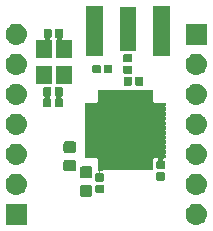
<source format=gbr>
%TF.GenerationSoftware,KiCad,Pcbnew,(5.1.2)-2*%
%TF.CreationDate,2021-03-02T00:01:01+01:00*%
%TF.ProjectId,NRF52_Basic,4e524635-325f-4426-9173-69632e6b6963,V1*%
%TF.SameCoordinates,Original*%
%TF.FileFunction,Soldermask,Top*%
%TF.FilePolarity,Negative*%
%FSLAX46Y46*%
G04 Gerber Fmt 4.6, Leading zero omitted, Abs format (unit mm)*
G04 Created by KiCad (PCBNEW (5.1.2)-2) date 2021-03-02 00:01:01*
%MOMM*%
%LPD*%
G04 APERTURE LIST*
%ADD10C,0.100000*%
G04 APERTURE END LIST*
D10*
G36*
X152490122Y-89631118D02*
G01*
X152556307Y-89637637D01*
X152726146Y-89689157D01*
X152882671Y-89772822D01*
X152918409Y-89802152D01*
X153019866Y-89885414D01*
X153103128Y-89986871D01*
X153132458Y-90022609D01*
X153216123Y-90179134D01*
X153267643Y-90348973D01*
X153285039Y-90525600D01*
X153267643Y-90702227D01*
X153216123Y-90872066D01*
X153132458Y-91028591D01*
X153103128Y-91064329D01*
X153019866Y-91165786D01*
X152918409Y-91249048D01*
X152882671Y-91278378D01*
X152726146Y-91362043D01*
X152556307Y-91413563D01*
X152490123Y-91420081D01*
X152423940Y-91426600D01*
X152335420Y-91426600D01*
X152269238Y-91420082D01*
X152203053Y-91413563D01*
X152033214Y-91362043D01*
X151876689Y-91278378D01*
X151840951Y-91249048D01*
X151739494Y-91165786D01*
X151656232Y-91064329D01*
X151626902Y-91028591D01*
X151543237Y-90872066D01*
X151491717Y-90702227D01*
X151474321Y-90525600D01*
X151491717Y-90348973D01*
X151543237Y-90179134D01*
X151626902Y-90022609D01*
X151656232Y-89986871D01*
X151739494Y-89885414D01*
X151840951Y-89802152D01*
X151876689Y-89772822D01*
X152033214Y-89689157D01*
X152203053Y-89637637D01*
X152269238Y-89631118D01*
X152335420Y-89624600D01*
X152423940Y-89624600D01*
X152490122Y-89631118D01*
X152490122Y-89631118D01*
G37*
G36*
X138040680Y-91426600D02*
G01*
X136238680Y-91426600D01*
X136238680Y-89624600D01*
X138040680Y-89624600D01*
X138040680Y-91426600D01*
X138040680Y-91426600D01*
G37*
G36*
X143422231Y-88055105D02*
G01*
X143456209Y-88065413D01*
X143487530Y-88082154D01*
X143514979Y-88104681D01*
X143537506Y-88132130D01*
X143554247Y-88163451D01*
X143564555Y-88197429D01*
X143568640Y-88238910D01*
X143568640Y-88840130D01*
X143564555Y-88881611D01*
X143554247Y-88915589D01*
X143537506Y-88946910D01*
X143514979Y-88974359D01*
X143487530Y-88996886D01*
X143456209Y-89013627D01*
X143422231Y-89023935D01*
X143380750Y-89028020D01*
X142704530Y-89028020D01*
X142663049Y-89023935D01*
X142629071Y-89013627D01*
X142597750Y-88996886D01*
X142570301Y-88974359D01*
X142547774Y-88946910D01*
X142531033Y-88915589D01*
X142520725Y-88881611D01*
X142516640Y-88840130D01*
X142516640Y-88238910D01*
X142520725Y-88197429D01*
X142531033Y-88163451D01*
X142547774Y-88132130D01*
X142570301Y-88104681D01*
X142597750Y-88082154D01*
X142629071Y-88065413D01*
X142663049Y-88055105D01*
X142704530Y-88051020D01*
X143380750Y-88051020D01*
X143422231Y-88055105D01*
X143422231Y-88055105D01*
G37*
G36*
X137250123Y-87091119D02*
G01*
X137316307Y-87097637D01*
X137486146Y-87149157D01*
X137642671Y-87232822D01*
X137646738Y-87236160D01*
X137779866Y-87345414D01*
X137842624Y-87421886D01*
X137892458Y-87482609D01*
X137976123Y-87639134D01*
X138027643Y-87808973D01*
X138045039Y-87985600D01*
X138027643Y-88162227D01*
X137976123Y-88332066D01*
X137892458Y-88488591D01*
X137863128Y-88524329D01*
X137779866Y-88625786D01*
X137698734Y-88692368D01*
X137642671Y-88738378D01*
X137486146Y-88822043D01*
X137316307Y-88873563D01*
X137250122Y-88880082D01*
X137183940Y-88886600D01*
X137095420Y-88886600D01*
X137029238Y-88880082D01*
X136963053Y-88873563D01*
X136793214Y-88822043D01*
X136636689Y-88738378D01*
X136580626Y-88692368D01*
X136499494Y-88625786D01*
X136416232Y-88524329D01*
X136386902Y-88488591D01*
X136303237Y-88332066D01*
X136251717Y-88162227D01*
X136234321Y-87985600D01*
X136251717Y-87808973D01*
X136303237Y-87639134D01*
X136386902Y-87482609D01*
X136436736Y-87421886D01*
X136499494Y-87345414D01*
X136632622Y-87236160D01*
X136636689Y-87232822D01*
X136793214Y-87149157D01*
X136963053Y-87097637D01*
X137029237Y-87091119D01*
X137095420Y-87084600D01*
X137183940Y-87084600D01*
X137250123Y-87091119D01*
X137250123Y-87091119D01*
G37*
G36*
X152490123Y-87091119D02*
G01*
X152556307Y-87097637D01*
X152726146Y-87149157D01*
X152882671Y-87232822D01*
X152886738Y-87236160D01*
X153019866Y-87345414D01*
X153082624Y-87421886D01*
X153132458Y-87482609D01*
X153216123Y-87639134D01*
X153267643Y-87808973D01*
X153285039Y-87985600D01*
X153267643Y-88162227D01*
X153216123Y-88332066D01*
X153132458Y-88488591D01*
X153103128Y-88524329D01*
X153019866Y-88625786D01*
X152938734Y-88692368D01*
X152882671Y-88738378D01*
X152726146Y-88822043D01*
X152556307Y-88873563D01*
X152490122Y-88880082D01*
X152423940Y-88886600D01*
X152335420Y-88886600D01*
X152269238Y-88880082D01*
X152203053Y-88873563D01*
X152033214Y-88822043D01*
X151876689Y-88738378D01*
X151820626Y-88692368D01*
X151739494Y-88625786D01*
X151656232Y-88524329D01*
X151626902Y-88488591D01*
X151543237Y-88332066D01*
X151491717Y-88162227D01*
X151474321Y-87985600D01*
X151491717Y-87808973D01*
X151543237Y-87639134D01*
X151626902Y-87482609D01*
X151676736Y-87421886D01*
X151739494Y-87345414D01*
X151872622Y-87236160D01*
X151876689Y-87232822D01*
X152033214Y-87149157D01*
X152203053Y-87097637D01*
X152269237Y-87091119D01*
X152335420Y-87084600D01*
X152423940Y-87084600D01*
X152490123Y-87091119D01*
X152490123Y-87091119D01*
G37*
G36*
X144477738Y-88035876D02*
G01*
X144498357Y-88042131D01*
X144517353Y-88052284D01*
X144534008Y-88065952D01*
X144547676Y-88082607D01*
X144557829Y-88101603D01*
X144564084Y-88122222D01*
X144566800Y-88149800D01*
X144566800Y-88608520D01*
X144564084Y-88636098D01*
X144557829Y-88656717D01*
X144547676Y-88675713D01*
X144534008Y-88692368D01*
X144517353Y-88706036D01*
X144498357Y-88716189D01*
X144477738Y-88722444D01*
X144450160Y-88725160D01*
X143941440Y-88725160D01*
X143913862Y-88722444D01*
X143893243Y-88716189D01*
X143874247Y-88706036D01*
X143857592Y-88692368D01*
X143843924Y-88675713D01*
X143833771Y-88656717D01*
X143827516Y-88636098D01*
X143824800Y-88608520D01*
X143824800Y-88149800D01*
X143827516Y-88122222D01*
X143833771Y-88101603D01*
X143843924Y-88082607D01*
X143857592Y-88065952D01*
X143874247Y-88052284D01*
X143893243Y-88042131D01*
X143913862Y-88035876D01*
X143941440Y-88033160D01*
X144450160Y-88033160D01*
X144477738Y-88035876D01*
X144477738Y-88035876D01*
G37*
G36*
X144310456Y-80018523D02*
G01*
X144314596Y-80019779D01*
X144333756Y-80027715D01*
X144357790Y-80032495D01*
X144382294Y-80032495D01*
X144406327Y-80027714D01*
X144425485Y-80019779D01*
X144429624Y-80018523D01*
X144438183Y-80017680D01*
X144701897Y-80017680D01*
X144710456Y-80018523D01*
X144714596Y-80019779D01*
X144733756Y-80027715D01*
X144757790Y-80032495D01*
X144782294Y-80032495D01*
X144806327Y-80027714D01*
X144825485Y-80019779D01*
X144829624Y-80018523D01*
X144838183Y-80017680D01*
X145101897Y-80017680D01*
X145110456Y-80018523D01*
X145114596Y-80019779D01*
X145133756Y-80027715D01*
X145157790Y-80032495D01*
X145182294Y-80032495D01*
X145206327Y-80027714D01*
X145225485Y-80019779D01*
X145229624Y-80018523D01*
X145238183Y-80017680D01*
X145501897Y-80017680D01*
X145510456Y-80018523D01*
X145514596Y-80019779D01*
X145533756Y-80027715D01*
X145557790Y-80032495D01*
X145582294Y-80032495D01*
X145606327Y-80027714D01*
X145625485Y-80019779D01*
X145629624Y-80018523D01*
X145638183Y-80017680D01*
X145901897Y-80017680D01*
X145910456Y-80018523D01*
X145914596Y-80019779D01*
X145933756Y-80027715D01*
X145957790Y-80032495D01*
X145982294Y-80032495D01*
X146006327Y-80027714D01*
X146025485Y-80019779D01*
X146029624Y-80018523D01*
X146038183Y-80017680D01*
X146301897Y-80017680D01*
X146310456Y-80018523D01*
X146314596Y-80019779D01*
X146333756Y-80027715D01*
X146357790Y-80032495D01*
X146382294Y-80032495D01*
X146406327Y-80027714D01*
X146425485Y-80019779D01*
X146429624Y-80018523D01*
X146438183Y-80017680D01*
X146701897Y-80017680D01*
X146710456Y-80018523D01*
X146714596Y-80019779D01*
X146733756Y-80027715D01*
X146757790Y-80032495D01*
X146782294Y-80032495D01*
X146806327Y-80027714D01*
X146825485Y-80019779D01*
X146829624Y-80018523D01*
X146838183Y-80017680D01*
X147101897Y-80017680D01*
X147110456Y-80018523D01*
X147114596Y-80019779D01*
X147133756Y-80027715D01*
X147157790Y-80032495D01*
X147182294Y-80032495D01*
X147206327Y-80027714D01*
X147225485Y-80019779D01*
X147229624Y-80018523D01*
X147238183Y-80017680D01*
X147501897Y-80017680D01*
X147510456Y-80018523D01*
X147514596Y-80019779D01*
X147533756Y-80027715D01*
X147557790Y-80032495D01*
X147582294Y-80032495D01*
X147606327Y-80027714D01*
X147625485Y-80019779D01*
X147629624Y-80018523D01*
X147638183Y-80017680D01*
X147901897Y-80017680D01*
X147910456Y-80018523D01*
X147914596Y-80019779D01*
X147933756Y-80027715D01*
X147957790Y-80032495D01*
X147982294Y-80032495D01*
X148006327Y-80027714D01*
X148025485Y-80019779D01*
X148029624Y-80018523D01*
X148038183Y-80017680D01*
X148301897Y-80017680D01*
X148310456Y-80018523D01*
X148314596Y-80019779D01*
X148333756Y-80027715D01*
X148357790Y-80032495D01*
X148382294Y-80032495D01*
X148406327Y-80027714D01*
X148425485Y-80019779D01*
X148429624Y-80018523D01*
X148438183Y-80017680D01*
X148701897Y-80017680D01*
X148710456Y-80018523D01*
X148712785Y-80019230D01*
X148714927Y-80020375D01*
X148716805Y-80021915D01*
X148718345Y-80023793D01*
X148719490Y-80025935D01*
X148720197Y-80028264D01*
X148721040Y-80036823D01*
X148721040Y-80900537D01*
X148720197Y-80909096D01*
X148718662Y-80914156D01*
X148713882Y-80938189D01*
X148713882Y-80962693D01*
X148718663Y-80986727D01*
X148728040Y-81009365D01*
X148741654Y-81029740D01*
X148758981Y-81047067D01*
X148779355Y-81060680D01*
X148801994Y-81070058D01*
X148826027Y-81074838D01*
X148850531Y-81074838D01*
X148874564Y-81070058D01*
X148879624Y-81068523D01*
X148888183Y-81067680D01*
X149751897Y-81067680D01*
X149760456Y-81068523D01*
X149762785Y-81069230D01*
X149764927Y-81070375D01*
X149766805Y-81071915D01*
X149768345Y-81073793D01*
X149769490Y-81075935D01*
X149770197Y-81078264D01*
X149771040Y-81086823D01*
X149771040Y-81350537D01*
X149770197Y-81359096D01*
X149768941Y-81363236D01*
X149761005Y-81382396D01*
X149756225Y-81406430D01*
X149756225Y-81430934D01*
X149761006Y-81454967D01*
X149768941Y-81474125D01*
X149770197Y-81478264D01*
X149771040Y-81486823D01*
X149771040Y-81750537D01*
X149770197Y-81759096D01*
X149768941Y-81763236D01*
X149761005Y-81782396D01*
X149756225Y-81806430D01*
X149756225Y-81830934D01*
X149761006Y-81854967D01*
X149768941Y-81874125D01*
X149770197Y-81878264D01*
X149771040Y-81886823D01*
X149771040Y-82150537D01*
X149770197Y-82159096D01*
X149768941Y-82163236D01*
X149761005Y-82182396D01*
X149756225Y-82206430D01*
X149756225Y-82230934D01*
X149761006Y-82254967D01*
X149768941Y-82274125D01*
X149770197Y-82278264D01*
X149771040Y-82286823D01*
X149771040Y-82550537D01*
X149770197Y-82559096D01*
X149768941Y-82563236D01*
X149761005Y-82582396D01*
X149756225Y-82606430D01*
X149756225Y-82630934D01*
X149761006Y-82654967D01*
X149768941Y-82674125D01*
X149770197Y-82678264D01*
X149771040Y-82686823D01*
X149771040Y-82950537D01*
X149770197Y-82959096D01*
X149768941Y-82963236D01*
X149761005Y-82982396D01*
X149756225Y-83006430D01*
X149756225Y-83030934D01*
X149761006Y-83054967D01*
X149768941Y-83074125D01*
X149770197Y-83078264D01*
X149771040Y-83086823D01*
X149771040Y-83350537D01*
X149770197Y-83359096D01*
X149768941Y-83363236D01*
X149761005Y-83382396D01*
X149756225Y-83406430D01*
X149756225Y-83430934D01*
X149761006Y-83454967D01*
X149768941Y-83474125D01*
X149770197Y-83478264D01*
X149771040Y-83486823D01*
X149771040Y-83750537D01*
X149770197Y-83759096D01*
X149768941Y-83763236D01*
X149761005Y-83782396D01*
X149756225Y-83806430D01*
X149756225Y-83830934D01*
X149761006Y-83854967D01*
X149768941Y-83874125D01*
X149770197Y-83878264D01*
X149771040Y-83886823D01*
X149771040Y-84150537D01*
X149770197Y-84159096D01*
X149768941Y-84163236D01*
X149761005Y-84182396D01*
X149756225Y-84206430D01*
X149756225Y-84230934D01*
X149761006Y-84254967D01*
X149768941Y-84274125D01*
X149770197Y-84278264D01*
X149771040Y-84286823D01*
X149771040Y-84550537D01*
X149770197Y-84559096D01*
X149768941Y-84563236D01*
X149761005Y-84582396D01*
X149756225Y-84606430D01*
X149756225Y-84630934D01*
X149761006Y-84654967D01*
X149768941Y-84674125D01*
X149770197Y-84678264D01*
X149771040Y-84686823D01*
X149771040Y-84950537D01*
X149770197Y-84959096D01*
X149768941Y-84963236D01*
X149761005Y-84982396D01*
X149756225Y-85006430D01*
X149756225Y-85030934D01*
X149761006Y-85054967D01*
X149768941Y-85074125D01*
X149770197Y-85078264D01*
X149771040Y-85086823D01*
X149771040Y-85350537D01*
X149770197Y-85359096D01*
X149768941Y-85363236D01*
X149761005Y-85382396D01*
X149756225Y-85406430D01*
X149756225Y-85430934D01*
X149761006Y-85454967D01*
X149768941Y-85474125D01*
X149770197Y-85478264D01*
X149771040Y-85486823D01*
X149771040Y-85750537D01*
X149770197Y-85759096D01*
X149769490Y-85761425D01*
X149768345Y-85763567D01*
X149766805Y-85765445D01*
X149764927Y-85766985D01*
X149762785Y-85768130D01*
X149760456Y-85768837D01*
X149751897Y-85769680D01*
X149693309Y-85769680D01*
X149668923Y-85772082D01*
X149645474Y-85779195D01*
X149623863Y-85790746D01*
X149604921Y-85806291D01*
X149589376Y-85825233D01*
X149577825Y-85846844D01*
X149570712Y-85870293D01*
X149568310Y-85894679D01*
X149570712Y-85919065D01*
X149577825Y-85942514D01*
X149589376Y-85964125D01*
X149604921Y-85983067D01*
X149623863Y-85998612D01*
X149645474Y-86010163D01*
X149657024Y-86014296D01*
X149669797Y-86018171D01*
X149688793Y-86028324D01*
X149705448Y-86041992D01*
X149719116Y-86058647D01*
X149729269Y-86077643D01*
X149735524Y-86098262D01*
X149738240Y-86125840D01*
X149738240Y-86584560D01*
X149735524Y-86612138D01*
X149729269Y-86632757D01*
X149719116Y-86651753D01*
X149705448Y-86668408D01*
X149688793Y-86682076D01*
X149669797Y-86692229D01*
X149649178Y-86698484D01*
X149621600Y-86701200D01*
X149112880Y-86701200D01*
X149085302Y-86698484D01*
X149064683Y-86692229D01*
X149045687Y-86682076D01*
X149029032Y-86668408D01*
X149015364Y-86651753D01*
X149005211Y-86632757D01*
X148998956Y-86612138D01*
X148996240Y-86584560D01*
X148996240Y-86125840D01*
X148998956Y-86098262D01*
X149005211Y-86077643D01*
X149015364Y-86058647D01*
X149029032Y-86041992D01*
X149045687Y-86028324D01*
X149064683Y-86018171D01*
X149077456Y-86014296D01*
X149100095Y-86004918D01*
X149120469Y-85991305D01*
X149137796Y-85973978D01*
X149151410Y-85953603D01*
X149160787Y-85930965D01*
X149165568Y-85906931D01*
X149165568Y-85882427D01*
X149160788Y-85858394D01*
X149151410Y-85835755D01*
X149137797Y-85815381D01*
X149120470Y-85798054D01*
X149100095Y-85784440D01*
X149077457Y-85775063D01*
X149053423Y-85770282D01*
X149041171Y-85769680D01*
X148888183Y-85769680D01*
X148879624Y-85768837D01*
X148874564Y-85767302D01*
X148850531Y-85762522D01*
X148826027Y-85762522D01*
X148801993Y-85767303D01*
X148779355Y-85776680D01*
X148758980Y-85790294D01*
X148741653Y-85807621D01*
X148728040Y-85827995D01*
X148718662Y-85850634D01*
X148713882Y-85874667D01*
X148713882Y-85899171D01*
X148718662Y-85923204D01*
X148720197Y-85928264D01*
X148721040Y-85936823D01*
X148721040Y-86800537D01*
X148720197Y-86809096D01*
X148719490Y-86811425D01*
X148718345Y-86813567D01*
X148716805Y-86815445D01*
X148714927Y-86816985D01*
X148712785Y-86818130D01*
X148710456Y-86818837D01*
X148701897Y-86819680D01*
X148438183Y-86819680D01*
X148429624Y-86818837D01*
X148425484Y-86817581D01*
X148406324Y-86809645D01*
X148382290Y-86804865D01*
X148357786Y-86804865D01*
X148333753Y-86809646D01*
X148314595Y-86817581D01*
X148310456Y-86818837D01*
X148301897Y-86819680D01*
X148038183Y-86819680D01*
X148029624Y-86818837D01*
X148025484Y-86817581D01*
X148006324Y-86809645D01*
X147982290Y-86804865D01*
X147957786Y-86804865D01*
X147933753Y-86809646D01*
X147914595Y-86817581D01*
X147910456Y-86818837D01*
X147901897Y-86819680D01*
X147638183Y-86819680D01*
X147629624Y-86818837D01*
X147625484Y-86817581D01*
X147606324Y-86809645D01*
X147582290Y-86804865D01*
X147557786Y-86804865D01*
X147533753Y-86809646D01*
X147514595Y-86817581D01*
X147510456Y-86818837D01*
X147501897Y-86819680D01*
X147238183Y-86819680D01*
X147229624Y-86818837D01*
X147225484Y-86817581D01*
X147206324Y-86809645D01*
X147182290Y-86804865D01*
X147157786Y-86804865D01*
X147133753Y-86809646D01*
X147114595Y-86817581D01*
X147110456Y-86818837D01*
X147101897Y-86819680D01*
X146838183Y-86819680D01*
X146829624Y-86818837D01*
X146825484Y-86817581D01*
X146806324Y-86809645D01*
X146782290Y-86804865D01*
X146757786Y-86804865D01*
X146733753Y-86809646D01*
X146714595Y-86817581D01*
X146710456Y-86818837D01*
X146701897Y-86819680D01*
X146438183Y-86819680D01*
X146429624Y-86818837D01*
X146425484Y-86817581D01*
X146406324Y-86809645D01*
X146382290Y-86804865D01*
X146357786Y-86804865D01*
X146333753Y-86809646D01*
X146314595Y-86817581D01*
X146310456Y-86818837D01*
X146301897Y-86819680D01*
X146038183Y-86819680D01*
X146029624Y-86818837D01*
X146025484Y-86817581D01*
X146006324Y-86809645D01*
X145982290Y-86804865D01*
X145957786Y-86804865D01*
X145933753Y-86809646D01*
X145914595Y-86817581D01*
X145910456Y-86818837D01*
X145901897Y-86819680D01*
X145638183Y-86819680D01*
X145629624Y-86818837D01*
X145625484Y-86817581D01*
X145606324Y-86809645D01*
X145582290Y-86804865D01*
X145557786Y-86804865D01*
X145533753Y-86809646D01*
X145514595Y-86817581D01*
X145510456Y-86818837D01*
X145501897Y-86819680D01*
X145238183Y-86819680D01*
X145229624Y-86818837D01*
X145225484Y-86817581D01*
X145206324Y-86809645D01*
X145182290Y-86804865D01*
X145157786Y-86804865D01*
X145133753Y-86809646D01*
X145114595Y-86817581D01*
X145110456Y-86818837D01*
X145101897Y-86819680D01*
X144838183Y-86819680D01*
X144829624Y-86818837D01*
X144825484Y-86817581D01*
X144806324Y-86809645D01*
X144782290Y-86804865D01*
X144757786Y-86804865D01*
X144733753Y-86809646D01*
X144714595Y-86817581D01*
X144710456Y-86818837D01*
X144701897Y-86819680D01*
X144508814Y-86819680D01*
X144484428Y-86822082D01*
X144460979Y-86829195D01*
X144456378Y-86831654D01*
X144428659Y-86818545D01*
X144425492Y-86817584D01*
X144406324Y-86809645D01*
X144382290Y-86804865D01*
X144357786Y-86804865D01*
X144333753Y-86809646D01*
X144314588Y-86817584D01*
X144311421Y-86818545D01*
X144288782Y-86827922D01*
X144268408Y-86841536D01*
X144251081Y-86858863D01*
X144237467Y-86879238D01*
X144228090Y-86901877D01*
X144223310Y-86925910D01*
X144223310Y-86950414D01*
X144228091Y-86974447D01*
X144237468Y-86997086D01*
X144251082Y-87017460D01*
X144268409Y-87034787D01*
X144288784Y-87048401D01*
X144311423Y-87057778D01*
X144347707Y-87063160D01*
X144392373Y-87063160D01*
X144416759Y-87060758D01*
X144440208Y-87053645D01*
X144444496Y-87051353D01*
X144460979Y-87060163D01*
X144472529Y-87064296D01*
X144498357Y-87072131D01*
X144517353Y-87082284D01*
X144534008Y-87095952D01*
X144547676Y-87112607D01*
X144557829Y-87131603D01*
X144564084Y-87152222D01*
X144566800Y-87179800D01*
X144566800Y-87638520D01*
X144564084Y-87666098D01*
X144557829Y-87686717D01*
X144547676Y-87705713D01*
X144534008Y-87722368D01*
X144517353Y-87736036D01*
X144498357Y-87746189D01*
X144477738Y-87752444D01*
X144450160Y-87755160D01*
X143941440Y-87755160D01*
X143913862Y-87752444D01*
X143893243Y-87746189D01*
X143874247Y-87736036D01*
X143857592Y-87722368D01*
X143843924Y-87705713D01*
X143833771Y-87686717D01*
X143827516Y-87666098D01*
X143824800Y-87638520D01*
X143824800Y-87179800D01*
X143827516Y-87152222D01*
X143833771Y-87131603D01*
X143843924Y-87112607D01*
X143857592Y-87095952D01*
X143874247Y-87082284D01*
X143893243Y-87072131D01*
X143913862Y-87065876D01*
X143941440Y-87063160D01*
X143992373Y-87063160D01*
X144016759Y-87060758D01*
X144040208Y-87053645D01*
X144061819Y-87042094D01*
X144080761Y-87026549D01*
X144096306Y-87007607D01*
X144107857Y-86985996D01*
X144114970Y-86962547D01*
X144117372Y-86938161D01*
X144114970Y-86913775D01*
X144107857Y-86890326D01*
X144096306Y-86868715D01*
X144080761Y-86849773D01*
X144061819Y-86834228D01*
X144028659Y-86818545D01*
X144027298Y-86818132D01*
X144025153Y-86816985D01*
X144023275Y-86815445D01*
X144021735Y-86813567D01*
X144020590Y-86811425D01*
X144019883Y-86809096D01*
X144019040Y-86800537D01*
X144019040Y-85936823D01*
X144019883Y-85928264D01*
X144021418Y-85923204D01*
X144026198Y-85899171D01*
X144026198Y-85874667D01*
X144021417Y-85850633D01*
X144012040Y-85827995D01*
X143998426Y-85807620D01*
X143981099Y-85790293D01*
X143960725Y-85776680D01*
X143938086Y-85767302D01*
X143914053Y-85762522D01*
X143889549Y-85762522D01*
X143865516Y-85767302D01*
X143860456Y-85768837D01*
X143851897Y-85769680D01*
X142988183Y-85769680D01*
X142979624Y-85768837D01*
X142977295Y-85768130D01*
X142975153Y-85766985D01*
X142973275Y-85765445D01*
X142971735Y-85763567D01*
X142970590Y-85761425D01*
X142969883Y-85759096D01*
X142969040Y-85750537D01*
X142969040Y-85486823D01*
X142969883Y-85478264D01*
X142971139Y-85474124D01*
X142979075Y-85454964D01*
X142983855Y-85430930D01*
X142983855Y-85406426D01*
X142979074Y-85382393D01*
X142971139Y-85363235D01*
X142969883Y-85359096D01*
X142969040Y-85350537D01*
X142969040Y-85086823D01*
X142969883Y-85078264D01*
X142971139Y-85074124D01*
X142979075Y-85054964D01*
X142983855Y-85030930D01*
X142983855Y-85006426D01*
X142979074Y-84982393D01*
X142971139Y-84963235D01*
X142969883Y-84959096D01*
X142969040Y-84950537D01*
X142969040Y-84686823D01*
X142969883Y-84678264D01*
X142971139Y-84674124D01*
X142979075Y-84654964D01*
X142983855Y-84630930D01*
X142983855Y-84606426D01*
X142979074Y-84582393D01*
X142971139Y-84563235D01*
X142969883Y-84559096D01*
X142969040Y-84550537D01*
X142969040Y-84286823D01*
X142969883Y-84278264D01*
X142971139Y-84274124D01*
X142979075Y-84254964D01*
X142983855Y-84230930D01*
X142983855Y-84206426D01*
X142979074Y-84182393D01*
X142971139Y-84163235D01*
X142969883Y-84159096D01*
X142969040Y-84150537D01*
X142969040Y-83886823D01*
X142969883Y-83878264D01*
X142971139Y-83874124D01*
X142979075Y-83854964D01*
X142983855Y-83830930D01*
X142983855Y-83806426D01*
X142979074Y-83782393D01*
X142971139Y-83763235D01*
X142969883Y-83759096D01*
X142969040Y-83750537D01*
X142969040Y-83486823D01*
X142969883Y-83478264D01*
X142971139Y-83474124D01*
X142979075Y-83454964D01*
X142983855Y-83430930D01*
X142983855Y-83406426D01*
X142979074Y-83382393D01*
X142971139Y-83363235D01*
X142969883Y-83359096D01*
X142969040Y-83350537D01*
X142969040Y-83086823D01*
X142969883Y-83078264D01*
X142971139Y-83074124D01*
X142979075Y-83054964D01*
X142983855Y-83030930D01*
X142983855Y-83006426D01*
X142979074Y-82982393D01*
X142971139Y-82963235D01*
X142969883Y-82959096D01*
X142969040Y-82950537D01*
X142969040Y-82686823D01*
X142969883Y-82678264D01*
X142971139Y-82674124D01*
X142979075Y-82654964D01*
X142983855Y-82630930D01*
X142983855Y-82606426D01*
X142979074Y-82582393D01*
X142971139Y-82563235D01*
X142969883Y-82559096D01*
X142969040Y-82550537D01*
X142969040Y-82286823D01*
X142969883Y-82278264D01*
X142971139Y-82274124D01*
X142979075Y-82254964D01*
X142983855Y-82230930D01*
X142983855Y-82206426D01*
X142979074Y-82182393D01*
X142971139Y-82163235D01*
X142969883Y-82159096D01*
X142969040Y-82150537D01*
X142969040Y-81886823D01*
X142969883Y-81878264D01*
X142971139Y-81874124D01*
X142979075Y-81854964D01*
X142983855Y-81830930D01*
X142983855Y-81806426D01*
X142979074Y-81782393D01*
X142971139Y-81763235D01*
X142969883Y-81759096D01*
X142969040Y-81750537D01*
X142969040Y-81486823D01*
X142969883Y-81478264D01*
X142971139Y-81474124D01*
X142979075Y-81454964D01*
X142983855Y-81430930D01*
X142983855Y-81406426D01*
X142979074Y-81382393D01*
X142971139Y-81363235D01*
X142969883Y-81359096D01*
X142969040Y-81350537D01*
X142969040Y-81086823D01*
X142969883Y-81078264D01*
X142970590Y-81075935D01*
X142971735Y-81073793D01*
X142973275Y-81071915D01*
X142975153Y-81070375D01*
X142977295Y-81069230D01*
X142979624Y-81068523D01*
X142988183Y-81067680D01*
X143851897Y-81067680D01*
X143860456Y-81068523D01*
X143865516Y-81070058D01*
X143889549Y-81074838D01*
X143914053Y-81074838D01*
X143938087Y-81070057D01*
X143960725Y-81060680D01*
X143981100Y-81047066D01*
X143998427Y-81029739D01*
X144012040Y-81009365D01*
X144021418Y-80986726D01*
X144026198Y-80962693D01*
X144026198Y-80938189D01*
X144021418Y-80914156D01*
X144019883Y-80909096D01*
X144019040Y-80900537D01*
X144019040Y-80036823D01*
X144019883Y-80028264D01*
X144020590Y-80025935D01*
X144021735Y-80023793D01*
X144023275Y-80021915D01*
X144025153Y-80020375D01*
X144027295Y-80019230D01*
X144029624Y-80018523D01*
X144038183Y-80017680D01*
X144301897Y-80017680D01*
X144310456Y-80018523D01*
X144310456Y-80018523D01*
G37*
G36*
X149649178Y-86981916D02*
G01*
X149669797Y-86988171D01*
X149688793Y-86998324D01*
X149705448Y-87011992D01*
X149719116Y-87028647D01*
X149729269Y-87047643D01*
X149735524Y-87068262D01*
X149738240Y-87095840D01*
X149738240Y-87554560D01*
X149735524Y-87582138D01*
X149729269Y-87602757D01*
X149719116Y-87621753D01*
X149705448Y-87638408D01*
X149688793Y-87652076D01*
X149669797Y-87662229D01*
X149649178Y-87668484D01*
X149621600Y-87671200D01*
X149112880Y-87671200D01*
X149085302Y-87668484D01*
X149064683Y-87662229D01*
X149045687Y-87652076D01*
X149029032Y-87638408D01*
X149015364Y-87621753D01*
X149005211Y-87602757D01*
X148998956Y-87582138D01*
X148996240Y-87554560D01*
X148996240Y-87095840D01*
X148998956Y-87068262D01*
X149005211Y-87047643D01*
X149015364Y-87028647D01*
X149029032Y-87011992D01*
X149045687Y-86998324D01*
X149064683Y-86988171D01*
X149085302Y-86981916D01*
X149112880Y-86979200D01*
X149621600Y-86979200D01*
X149649178Y-86981916D01*
X149649178Y-86981916D01*
G37*
G36*
X143422231Y-86480105D02*
G01*
X143456209Y-86490413D01*
X143487530Y-86507154D01*
X143514979Y-86529681D01*
X143537506Y-86557130D01*
X143554247Y-86588451D01*
X143564555Y-86622429D01*
X143568640Y-86663910D01*
X143568640Y-87265130D01*
X143564555Y-87306611D01*
X143554247Y-87340589D01*
X143537506Y-87371910D01*
X143514979Y-87399359D01*
X143487530Y-87421886D01*
X143456209Y-87438627D01*
X143422231Y-87448935D01*
X143380750Y-87453020D01*
X142704530Y-87453020D01*
X142663049Y-87448935D01*
X142629071Y-87438627D01*
X142597750Y-87421886D01*
X142570301Y-87399359D01*
X142547774Y-87371910D01*
X142531033Y-87340589D01*
X142520725Y-87306611D01*
X142516640Y-87265130D01*
X142516640Y-86663910D01*
X142520725Y-86622429D01*
X142531033Y-86588451D01*
X142547774Y-86557130D01*
X142570301Y-86529681D01*
X142597750Y-86507154D01*
X142629071Y-86490413D01*
X142663049Y-86480105D01*
X142704530Y-86476020D01*
X143380750Y-86476020D01*
X143422231Y-86480105D01*
X143422231Y-86480105D01*
G37*
G36*
X142035391Y-85931665D02*
G01*
X142069369Y-85941973D01*
X142100690Y-85958714D01*
X142128139Y-85981241D01*
X142150666Y-86008690D01*
X142167407Y-86040011D01*
X142177715Y-86073989D01*
X142181800Y-86115470D01*
X142181800Y-86716690D01*
X142177715Y-86758171D01*
X142167407Y-86792149D01*
X142150666Y-86823470D01*
X142128139Y-86850919D01*
X142100690Y-86873446D01*
X142069369Y-86890187D01*
X142035391Y-86900495D01*
X141993910Y-86904580D01*
X141317690Y-86904580D01*
X141276209Y-86900495D01*
X141242231Y-86890187D01*
X141210910Y-86873446D01*
X141183461Y-86850919D01*
X141160934Y-86823470D01*
X141144193Y-86792149D01*
X141133885Y-86758171D01*
X141129800Y-86716690D01*
X141129800Y-86115470D01*
X141133885Y-86073989D01*
X141144193Y-86040011D01*
X141160934Y-86008690D01*
X141183461Y-85981241D01*
X141210910Y-85958714D01*
X141242231Y-85941973D01*
X141276209Y-85931665D01*
X141317690Y-85927580D01*
X141993910Y-85927580D01*
X142035391Y-85931665D01*
X142035391Y-85931665D01*
G37*
G36*
X137250122Y-84551118D02*
G01*
X137316307Y-84557637D01*
X137486146Y-84609157D01*
X137642671Y-84692822D01*
X137668826Y-84714287D01*
X137779866Y-84805414D01*
X137852713Y-84894180D01*
X137892458Y-84942609D01*
X137976123Y-85099134D01*
X138027643Y-85268973D01*
X138045039Y-85445600D01*
X138027643Y-85622227D01*
X137976123Y-85792066D01*
X137892458Y-85948591D01*
X137871623Y-85973978D01*
X137779866Y-86085786D01*
X137678409Y-86169048D01*
X137642671Y-86198378D01*
X137486146Y-86282043D01*
X137316307Y-86333563D01*
X137250123Y-86340081D01*
X137183940Y-86346600D01*
X137095420Y-86346600D01*
X137029237Y-86340081D01*
X136963053Y-86333563D01*
X136793214Y-86282043D01*
X136636689Y-86198378D01*
X136600951Y-86169048D01*
X136499494Y-86085786D01*
X136407737Y-85973978D01*
X136386902Y-85948591D01*
X136303237Y-85792066D01*
X136251717Y-85622227D01*
X136234321Y-85445600D01*
X136251717Y-85268973D01*
X136303237Y-85099134D01*
X136386902Y-84942609D01*
X136426647Y-84894180D01*
X136499494Y-84805414D01*
X136610534Y-84714287D01*
X136636689Y-84692822D01*
X136793214Y-84609157D01*
X136963053Y-84557637D01*
X137029238Y-84551118D01*
X137095420Y-84544600D01*
X137183940Y-84544600D01*
X137250122Y-84551118D01*
X137250122Y-84551118D01*
G37*
G36*
X152490122Y-84551118D02*
G01*
X152556307Y-84557637D01*
X152726146Y-84609157D01*
X152882671Y-84692822D01*
X152908826Y-84714287D01*
X153019866Y-84805414D01*
X153092713Y-84894180D01*
X153132458Y-84942609D01*
X153216123Y-85099134D01*
X153267643Y-85268973D01*
X153285039Y-85445600D01*
X153267643Y-85622227D01*
X153216123Y-85792066D01*
X153132458Y-85948591D01*
X153111623Y-85973978D01*
X153019866Y-86085786D01*
X152918409Y-86169048D01*
X152882671Y-86198378D01*
X152726146Y-86282043D01*
X152556307Y-86333563D01*
X152490123Y-86340081D01*
X152423940Y-86346600D01*
X152335420Y-86346600D01*
X152269237Y-86340081D01*
X152203053Y-86333563D01*
X152033214Y-86282043D01*
X151876689Y-86198378D01*
X151840951Y-86169048D01*
X151739494Y-86085786D01*
X151647737Y-85973978D01*
X151626902Y-85948591D01*
X151543237Y-85792066D01*
X151491717Y-85622227D01*
X151474321Y-85445600D01*
X151491717Y-85268973D01*
X151543237Y-85099134D01*
X151626902Y-84942609D01*
X151666647Y-84894180D01*
X151739494Y-84805414D01*
X151850534Y-84714287D01*
X151876689Y-84692822D01*
X152033214Y-84609157D01*
X152203053Y-84557637D01*
X152269238Y-84551118D01*
X152335420Y-84544600D01*
X152423940Y-84544600D01*
X152490122Y-84551118D01*
X152490122Y-84551118D01*
G37*
G36*
X142035391Y-84356665D02*
G01*
X142069369Y-84366973D01*
X142100690Y-84383714D01*
X142128139Y-84406241D01*
X142150666Y-84433690D01*
X142167407Y-84465011D01*
X142177715Y-84498989D01*
X142181800Y-84540470D01*
X142181800Y-85141690D01*
X142177715Y-85183171D01*
X142167407Y-85217149D01*
X142150666Y-85248470D01*
X142128139Y-85275919D01*
X142100690Y-85298446D01*
X142069369Y-85315187D01*
X142035391Y-85325495D01*
X141993910Y-85329580D01*
X141317690Y-85329580D01*
X141276209Y-85325495D01*
X141242231Y-85315187D01*
X141210910Y-85298446D01*
X141183461Y-85275919D01*
X141160934Y-85248470D01*
X141144193Y-85217149D01*
X141133885Y-85183171D01*
X141129800Y-85141690D01*
X141129800Y-84540470D01*
X141133885Y-84498989D01*
X141144193Y-84465011D01*
X141160934Y-84433690D01*
X141183461Y-84406241D01*
X141210910Y-84383714D01*
X141242231Y-84366973D01*
X141276209Y-84356665D01*
X141317690Y-84352580D01*
X141993910Y-84352580D01*
X142035391Y-84356665D01*
X142035391Y-84356665D01*
G37*
G36*
X137250123Y-82011119D02*
G01*
X137316307Y-82017637D01*
X137486146Y-82069157D01*
X137642671Y-82152822D01*
X137661444Y-82168229D01*
X137779866Y-82265414D01*
X137831598Y-82328451D01*
X137892458Y-82402609D01*
X137976123Y-82559134D01*
X138027643Y-82728973D01*
X138045039Y-82905600D01*
X138027643Y-83082227D01*
X137976123Y-83252066D01*
X137892458Y-83408591D01*
X137874121Y-83430934D01*
X137779866Y-83545786D01*
X137678409Y-83629048D01*
X137642671Y-83658378D01*
X137486146Y-83742043D01*
X137316307Y-83793563D01*
X137250123Y-83800081D01*
X137183940Y-83806600D01*
X137095420Y-83806600D01*
X137029237Y-83800081D01*
X136963053Y-83793563D01*
X136793214Y-83742043D01*
X136636689Y-83658378D01*
X136600951Y-83629048D01*
X136499494Y-83545786D01*
X136405239Y-83430934D01*
X136386902Y-83408591D01*
X136303237Y-83252066D01*
X136251717Y-83082227D01*
X136234321Y-82905600D01*
X136251717Y-82728973D01*
X136303237Y-82559134D01*
X136386902Y-82402609D01*
X136447762Y-82328451D01*
X136499494Y-82265414D01*
X136617916Y-82168229D01*
X136636689Y-82152822D01*
X136793214Y-82069157D01*
X136963053Y-82017637D01*
X137029237Y-82011119D01*
X137095420Y-82004600D01*
X137183940Y-82004600D01*
X137250123Y-82011119D01*
X137250123Y-82011119D01*
G37*
G36*
X152490123Y-82011119D02*
G01*
X152556307Y-82017637D01*
X152726146Y-82069157D01*
X152882671Y-82152822D01*
X152901444Y-82168229D01*
X153019866Y-82265414D01*
X153071598Y-82328451D01*
X153132458Y-82402609D01*
X153216123Y-82559134D01*
X153267643Y-82728973D01*
X153285039Y-82905600D01*
X153267643Y-83082227D01*
X153216123Y-83252066D01*
X153132458Y-83408591D01*
X153114121Y-83430934D01*
X153019866Y-83545786D01*
X152918409Y-83629048D01*
X152882671Y-83658378D01*
X152726146Y-83742043D01*
X152556307Y-83793563D01*
X152490123Y-83800081D01*
X152423940Y-83806600D01*
X152335420Y-83806600D01*
X152269237Y-83800081D01*
X152203053Y-83793563D01*
X152033214Y-83742043D01*
X151876689Y-83658378D01*
X151840951Y-83629048D01*
X151739494Y-83545786D01*
X151645239Y-83430934D01*
X151626902Y-83408591D01*
X151543237Y-83252066D01*
X151491717Y-83082227D01*
X151474321Y-82905600D01*
X151491717Y-82728973D01*
X151543237Y-82559134D01*
X151626902Y-82402609D01*
X151687762Y-82328451D01*
X151739494Y-82265414D01*
X151857916Y-82168229D01*
X151876689Y-82152822D01*
X152033214Y-82069157D01*
X152203053Y-82017637D01*
X152269237Y-82011119D01*
X152335420Y-82004600D01*
X152423940Y-82004600D01*
X152490123Y-82011119D01*
X152490123Y-82011119D01*
G37*
G36*
X140988178Y-79783956D02*
G01*
X141008797Y-79790211D01*
X141027793Y-79800364D01*
X141044448Y-79814032D01*
X141058116Y-79830687D01*
X141068269Y-79849683D01*
X141074524Y-79870302D01*
X141077240Y-79897880D01*
X141077240Y-80406600D01*
X141074524Y-80434178D01*
X141068269Y-80454797D01*
X141058116Y-80473793D01*
X141044448Y-80490448D01*
X141027793Y-80504115D01*
X141000714Y-80518590D01*
X140980340Y-80532204D01*
X140963013Y-80549531D01*
X140949400Y-80569906D01*
X140940023Y-80592545D01*
X140935243Y-80616578D01*
X140935243Y-80641082D01*
X140940024Y-80665115D01*
X140949402Y-80687754D01*
X140963016Y-80708128D01*
X140980343Y-80725455D01*
X141000714Y-80739066D01*
X141012273Y-80745245D01*
X141028928Y-80758912D01*
X141042596Y-80775567D01*
X141052749Y-80794563D01*
X141059004Y-80815182D01*
X141061720Y-80842760D01*
X141061720Y-81351480D01*
X141059004Y-81379058D01*
X141052749Y-81399677D01*
X141042596Y-81418673D01*
X141028928Y-81435328D01*
X141012273Y-81448996D01*
X140993277Y-81459149D01*
X140972658Y-81465404D01*
X140945080Y-81468120D01*
X140486360Y-81468120D01*
X140458782Y-81465404D01*
X140438163Y-81459149D01*
X140419167Y-81448996D01*
X140402512Y-81435328D01*
X140388844Y-81418673D01*
X140378691Y-81399677D01*
X140372436Y-81379058D01*
X140369720Y-81351480D01*
X140369720Y-80842760D01*
X140372436Y-80815182D01*
X140378691Y-80794563D01*
X140388844Y-80775567D01*
X140402512Y-80758912D01*
X140419167Y-80745245D01*
X140446246Y-80730770D01*
X140466620Y-80717156D01*
X140483947Y-80699829D01*
X140497560Y-80679454D01*
X140506937Y-80656815D01*
X140511717Y-80632782D01*
X140511717Y-80608278D01*
X140506936Y-80584245D01*
X140497558Y-80561606D01*
X140483944Y-80541232D01*
X140466617Y-80523905D01*
X140446246Y-80510294D01*
X140434687Y-80504115D01*
X140418032Y-80490448D01*
X140404364Y-80473793D01*
X140394211Y-80454797D01*
X140387956Y-80434178D01*
X140385240Y-80406600D01*
X140385240Y-79897880D01*
X140387956Y-79870302D01*
X140394211Y-79849683D01*
X140404364Y-79830687D01*
X140418032Y-79814032D01*
X140434687Y-79800364D01*
X140453683Y-79790211D01*
X140474302Y-79783956D01*
X140501880Y-79781240D01*
X140960600Y-79781240D01*
X140988178Y-79783956D01*
X140988178Y-79783956D01*
G37*
G36*
X140018178Y-79783956D02*
G01*
X140038797Y-79790211D01*
X140057793Y-79800364D01*
X140074448Y-79814032D01*
X140088116Y-79830687D01*
X140098269Y-79849683D01*
X140104524Y-79870302D01*
X140107240Y-79897880D01*
X140107240Y-80406600D01*
X140104524Y-80434178D01*
X140098269Y-80454797D01*
X140088116Y-80473793D01*
X140074448Y-80490448D01*
X140057793Y-80504115D01*
X140030714Y-80518590D01*
X140010340Y-80532204D01*
X139993013Y-80549531D01*
X139979400Y-80569906D01*
X139970023Y-80592545D01*
X139965243Y-80616578D01*
X139965243Y-80641082D01*
X139970024Y-80665115D01*
X139979402Y-80687754D01*
X139993016Y-80708128D01*
X140010343Y-80725455D01*
X140030714Y-80739066D01*
X140042273Y-80745245D01*
X140058928Y-80758912D01*
X140072596Y-80775567D01*
X140082749Y-80794563D01*
X140089004Y-80815182D01*
X140091720Y-80842760D01*
X140091720Y-81351480D01*
X140089004Y-81379058D01*
X140082749Y-81399677D01*
X140072596Y-81418673D01*
X140058928Y-81435328D01*
X140042273Y-81448996D01*
X140023277Y-81459149D01*
X140002658Y-81465404D01*
X139975080Y-81468120D01*
X139516360Y-81468120D01*
X139488782Y-81465404D01*
X139468163Y-81459149D01*
X139449167Y-81448996D01*
X139432512Y-81435328D01*
X139418844Y-81418673D01*
X139408691Y-81399677D01*
X139402436Y-81379058D01*
X139399720Y-81351480D01*
X139399720Y-80842760D01*
X139402436Y-80815182D01*
X139408691Y-80794563D01*
X139418844Y-80775567D01*
X139432512Y-80758912D01*
X139449167Y-80745245D01*
X139476246Y-80730770D01*
X139496620Y-80717156D01*
X139513947Y-80699829D01*
X139527560Y-80679454D01*
X139536937Y-80656815D01*
X139541717Y-80632782D01*
X139541717Y-80608278D01*
X139536936Y-80584245D01*
X139527558Y-80561606D01*
X139513944Y-80541232D01*
X139496617Y-80523905D01*
X139476246Y-80510294D01*
X139464687Y-80504115D01*
X139448032Y-80490448D01*
X139434364Y-80473793D01*
X139424211Y-80454797D01*
X139417956Y-80434178D01*
X139415240Y-80406600D01*
X139415240Y-79897880D01*
X139417956Y-79870302D01*
X139424211Y-79849683D01*
X139434364Y-79830687D01*
X139448032Y-79814032D01*
X139464687Y-79800364D01*
X139483683Y-79790211D01*
X139504302Y-79783956D01*
X139531880Y-79781240D01*
X139990600Y-79781240D01*
X140018178Y-79783956D01*
X140018178Y-79783956D01*
G37*
G36*
X152490122Y-79471118D02*
G01*
X152556307Y-79477637D01*
X152726146Y-79529157D01*
X152726148Y-79529158D01*
X152794694Y-79565797D01*
X152882671Y-79612822D01*
X152904718Y-79630916D01*
X153019866Y-79725414D01*
X153089608Y-79810396D01*
X153132458Y-79862609D01*
X153216123Y-80019134D01*
X153267643Y-80188973D01*
X153285039Y-80365600D01*
X153267643Y-80542227D01*
X153216123Y-80712066D01*
X153132458Y-80868591D01*
X153118067Y-80886126D01*
X153019866Y-81005786D01*
X152934388Y-81075935D01*
X152882671Y-81118378D01*
X152726146Y-81202043D01*
X152556307Y-81253563D01*
X152490122Y-81260082D01*
X152423940Y-81266600D01*
X152335420Y-81266600D01*
X152269238Y-81260082D01*
X152203053Y-81253563D01*
X152033214Y-81202043D01*
X151876689Y-81118378D01*
X151824972Y-81075935D01*
X151739494Y-81005786D01*
X151641293Y-80886126D01*
X151626902Y-80868591D01*
X151543237Y-80712066D01*
X151491717Y-80542227D01*
X151474321Y-80365600D01*
X151491717Y-80188973D01*
X151543237Y-80019134D01*
X151626902Y-79862609D01*
X151669752Y-79810396D01*
X151739494Y-79725414D01*
X151854642Y-79630916D01*
X151876689Y-79612822D01*
X151964666Y-79565797D01*
X152033212Y-79529158D01*
X152033214Y-79529157D01*
X152203053Y-79477637D01*
X152269238Y-79471118D01*
X152335420Y-79464600D01*
X152423940Y-79464600D01*
X152490122Y-79471118D01*
X152490122Y-79471118D01*
G37*
G36*
X137250122Y-79471118D02*
G01*
X137316307Y-79477637D01*
X137486146Y-79529157D01*
X137486148Y-79529158D01*
X137554694Y-79565797D01*
X137642671Y-79612822D01*
X137664718Y-79630916D01*
X137779866Y-79725414D01*
X137849608Y-79810396D01*
X137892458Y-79862609D01*
X137976123Y-80019134D01*
X138027643Y-80188973D01*
X138045039Y-80365600D01*
X138027643Y-80542227D01*
X137976123Y-80712066D01*
X137892458Y-80868591D01*
X137878067Y-80886126D01*
X137779866Y-81005786D01*
X137694388Y-81075935D01*
X137642671Y-81118378D01*
X137486146Y-81202043D01*
X137316307Y-81253563D01*
X137250122Y-81260082D01*
X137183940Y-81266600D01*
X137095420Y-81266600D01*
X137029238Y-81260082D01*
X136963053Y-81253563D01*
X136793214Y-81202043D01*
X136636689Y-81118378D01*
X136584972Y-81075935D01*
X136499494Y-81005786D01*
X136401293Y-80886126D01*
X136386902Y-80868591D01*
X136303237Y-80712066D01*
X136251717Y-80542227D01*
X136234321Y-80365600D01*
X136251717Y-80188973D01*
X136303237Y-80019134D01*
X136386902Y-79862609D01*
X136429752Y-79810396D01*
X136499494Y-79725414D01*
X136614642Y-79630916D01*
X136636689Y-79612822D01*
X136724666Y-79565797D01*
X136793212Y-79529158D01*
X136793214Y-79529157D01*
X136963053Y-79477637D01*
X137029238Y-79471118D01*
X137095420Y-79464600D01*
X137183940Y-79464600D01*
X137250122Y-79471118D01*
X137250122Y-79471118D01*
G37*
G36*
X146820018Y-78894956D02*
G01*
X146840637Y-78901211D01*
X146859633Y-78911364D01*
X146876288Y-78925032D01*
X146889956Y-78941687D01*
X146900109Y-78960683D01*
X146906364Y-78981302D01*
X146909080Y-79008880D01*
X146909080Y-79517600D01*
X146906364Y-79545178D01*
X146900109Y-79565797D01*
X146889956Y-79584793D01*
X146876288Y-79601448D01*
X146859633Y-79615116D01*
X146840637Y-79625269D01*
X146820018Y-79631524D01*
X146792440Y-79634240D01*
X146333720Y-79634240D01*
X146306142Y-79631524D01*
X146285523Y-79625269D01*
X146266527Y-79615116D01*
X146249872Y-79601448D01*
X146236204Y-79584793D01*
X146226051Y-79565797D01*
X146219796Y-79545178D01*
X146217080Y-79517600D01*
X146217080Y-79008880D01*
X146219796Y-78981302D01*
X146226051Y-78960683D01*
X146236204Y-78941687D01*
X146249872Y-78925032D01*
X146266527Y-78911364D01*
X146285523Y-78901211D01*
X146306142Y-78894956D01*
X146333720Y-78892240D01*
X146792440Y-78892240D01*
X146820018Y-78894956D01*
X146820018Y-78894956D01*
G37*
G36*
X147790018Y-78894956D02*
G01*
X147810637Y-78901211D01*
X147829633Y-78911364D01*
X147846288Y-78925032D01*
X147859956Y-78941687D01*
X147870109Y-78960683D01*
X147876364Y-78981302D01*
X147879080Y-79008880D01*
X147879080Y-79517600D01*
X147876364Y-79545178D01*
X147870109Y-79565797D01*
X147859956Y-79584793D01*
X147846288Y-79601448D01*
X147829633Y-79615116D01*
X147810637Y-79625269D01*
X147790018Y-79631524D01*
X147762440Y-79634240D01*
X147303720Y-79634240D01*
X147276142Y-79631524D01*
X147255523Y-79625269D01*
X147236527Y-79615116D01*
X147219872Y-79601448D01*
X147206204Y-79584793D01*
X147196051Y-79565797D01*
X147189796Y-79545178D01*
X147187080Y-79517600D01*
X147187080Y-79008880D01*
X147189796Y-78981302D01*
X147196051Y-78960683D01*
X147206204Y-78941687D01*
X147219872Y-78925032D01*
X147236527Y-78911364D01*
X147255523Y-78901211D01*
X147276142Y-78894956D01*
X147303720Y-78892240D01*
X147762440Y-78892240D01*
X147790018Y-78894956D01*
X147790018Y-78894956D01*
G37*
G36*
X140125840Y-79514040D02*
G01*
X138823840Y-79514040D01*
X138823840Y-78012040D01*
X140125840Y-78012040D01*
X140125840Y-79514040D01*
X140125840Y-79514040D01*
G37*
G36*
X141825840Y-79514040D02*
G01*
X140523840Y-79514040D01*
X140523840Y-78012040D01*
X141825840Y-78012040D01*
X141825840Y-79514040D01*
X141825840Y-79514040D01*
G37*
G36*
X137250122Y-76931118D02*
G01*
X137316307Y-76937637D01*
X137486146Y-76989157D01*
X137642671Y-77072822D01*
X137678409Y-77102152D01*
X137779866Y-77185414D01*
X137863128Y-77286871D01*
X137892458Y-77322609D01*
X137976123Y-77479134D01*
X138027643Y-77648973D01*
X138045039Y-77825600D01*
X138027643Y-78002227D01*
X137976123Y-78172066D01*
X137892458Y-78328591D01*
X137863128Y-78364329D01*
X137779866Y-78465786D01*
X137689877Y-78539637D01*
X137642671Y-78578378D01*
X137486146Y-78662043D01*
X137316307Y-78713563D01*
X137250122Y-78720082D01*
X137183940Y-78726600D01*
X137095420Y-78726600D01*
X137029238Y-78720082D01*
X136963053Y-78713563D01*
X136793214Y-78662043D01*
X136636689Y-78578378D01*
X136589483Y-78539637D01*
X136499494Y-78465786D01*
X136416232Y-78364329D01*
X136386902Y-78328591D01*
X136303237Y-78172066D01*
X136251717Y-78002227D01*
X136234321Y-77825600D01*
X136251717Y-77648973D01*
X136303237Y-77479134D01*
X136386902Y-77322609D01*
X136416232Y-77286871D01*
X136499494Y-77185414D01*
X136600951Y-77102152D01*
X136636689Y-77072822D01*
X136793214Y-76989157D01*
X136963053Y-76937637D01*
X137029238Y-76931118D01*
X137095420Y-76924600D01*
X137183940Y-76924600D01*
X137250122Y-76931118D01*
X137250122Y-76931118D01*
G37*
G36*
X152490122Y-76931118D02*
G01*
X152556307Y-76937637D01*
X152726146Y-76989157D01*
X152882671Y-77072822D01*
X152918409Y-77102152D01*
X153019866Y-77185414D01*
X153103128Y-77286871D01*
X153132458Y-77322609D01*
X153216123Y-77479134D01*
X153267643Y-77648973D01*
X153285039Y-77825600D01*
X153267643Y-78002227D01*
X153216123Y-78172066D01*
X153132458Y-78328591D01*
X153103128Y-78364329D01*
X153019866Y-78465786D01*
X152929877Y-78539637D01*
X152882671Y-78578378D01*
X152726146Y-78662043D01*
X152556307Y-78713563D01*
X152490122Y-78720082D01*
X152423940Y-78726600D01*
X152335420Y-78726600D01*
X152269238Y-78720082D01*
X152203053Y-78713563D01*
X152033214Y-78662043D01*
X151876689Y-78578378D01*
X151829483Y-78539637D01*
X151739494Y-78465786D01*
X151656232Y-78364329D01*
X151626902Y-78328591D01*
X151543237Y-78172066D01*
X151491717Y-78002227D01*
X151474321Y-77825600D01*
X151491717Y-77648973D01*
X151543237Y-77479134D01*
X151626902Y-77322609D01*
X151656232Y-77286871D01*
X151739494Y-77185414D01*
X151840951Y-77102152D01*
X151876689Y-77072822D01*
X152033214Y-76989157D01*
X152203053Y-76937637D01*
X152269238Y-76931118D01*
X152335420Y-76924600D01*
X152423940Y-76924600D01*
X152490122Y-76931118D01*
X152490122Y-76931118D01*
G37*
G36*
X146855178Y-77939516D02*
G01*
X146875797Y-77945771D01*
X146894793Y-77955924D01*
X146911448Y-77969592D01*
X146925116Y-77986247D01*
X146935269Y-78005243D01*
X146941524Y-78025862D01*
X146944240Y-78053440D01*
X146944240Y-78512160D01*
X146941524Y-78539738D01*
X146935269Y-78560357D01*
X146925116Y-78579353D01*
X146911448Y-78596008D01*
X146894793Y-78609676D01*
X146875797Y-78619829D01*
X146855178Y-78626084D01*
X146827600Y-78628800D01*
X146318880Y-78628800D01*
X146291302Y-78626084D01*
X146270683Y-78619829D01*
X146251687Y-78609676D01*
X146235032Y-78596008D01*
X146221364Y-78579353D01*
X146211211Y-78560357D01*
X146204956Y-78539738D01*
X146202240Y-78512160D01*
X146202240Y-78053440D01*
X146204956Y-78025862D01*
X146211211Y-78005243D01*
X146221364Y-77986247D01*
X146235032Y-77969592D01*
X146251687Y-77955924D01*
X146270683Y-77945771D01*
X146291302Y-77939516D01*
X146318880Y-77936800D01*
X146827600Y-77936800D01*
X146855178Y-77939516D01*
X146855178Y-77939516D01*
G37*
G36*
X145158858Y-77868796D02*
G01*
X145179477Y-77875051D01*
X145198473Y-77885204D01*
X145215128Y-77898872D01*
X145228796Y-77915527D01*
X145238949Y-77934523D01*
X145245204Y-77955142D01*
X145247920Y-77982720D01*
X145247920Y-78491440D01*
X145245204Y-78519018D01*
X145238949Y-78539637D01*
X145228796Y-78558633D01*
X145215128Y-78575288D01*
X145198473Y-78588956D01*
X145179477Y-78599109D01*
X145158858Y-78605364D01*
X145131280Y-78608080D01*
X144672560Y-78608080D01*
X144644982Y-78605364D01*
X144624363Y-78599109D01*
X144605367Y-78588956D01*
X144588712Y-78575288D01*
X144575044Y-78558633D01*
X144564891Y-78539637D01*
X144558636Y-78519018D01*
X144555920Y-78491440D01*
X144555920Y-77982720D01*
X144558636Y-77955142D01*
X144564891Y-77934523D01*
X144575044Y-77915527D01*
X144588712Y-77898872D01*
X144605367Y-77885204D01*
X144624363Y-77875051D01*
X144644982Y-77868796D01*
X144672560Y-77866080D01*
X145131280Y-77866080D01*
X145158858Y-77868796D01*
X145158858Y-77868796D01*
G37*
G36*
X144188858Y-77868796D02*
G01*
X144209477Y-77875051D01*
X144228473Y-77885204D01*
X144245128Y-77898872D01*
X144258796Y-77915527D01*
X144268949Y-77934523D01*
X144275204Y-77955142D01*
X144277920Y-77982720D01*
X144277920Y-78491440D01*
X144275204Y-78519018D01*
X144268949Y-78539637D01*
X144258796Y-78558633D01*
X144245128Y-78575288D01*
X144228473Y-78588956D01*
X144209477Y-78599109D01*
X144188858Y-78605364D01*
X144161280Y-78608080D01*
X143702560Y-78608080D01*
X143674982Y-78605364D01*
X143654363Y-78599109D01*
X143635367Y-78588956D01*
X143618712Y-78575288D01*
X143605044Y-78558633D01*
X143594891Y-78539637D01*
X143588636Y-78519018D01*
X143585920Y-78491440D01*
X143585920Y-77982720D01*
X143588636Y-77955142D01*
X143594891Y-77934523D01*
X143605044Y-77915527D01*
X143618712Y-77898872D01*
X143635367Y-77885204D01*
X143654363Y-77875051D01*
X143674982Y-77868796D01*
X143702560Y-77866080D01*
X144161280Y-77866080D01*
X144188858Y-77868796D01*
X144188858Y-77868796D01*
G37*
G36*
X146855178Y-76969516D02*
G01*
X146875797Y-76975771D01*
X146894793Y-76985924D01*
X146911448Y-76999592D01*
X146925116Y-77016247D01*
X146935269Y-77035243D01*
X146941524Y-77055862D01*
X146944240Y-77083440D01*
X146944240Y-77542160D01*
X146941524Y-77569738D01*
X146935269Y-77590357D01*
X146925116Y-77609353D01*
X146911448Y-77626008D01*
X146894793Y-77639676D01*
X146875797Y-77649829D01*
X146855178Y-77656084D01*
X146827600Y-77658800D01*
X146318880Y-77658800D01*
X146291302Y-77656084D01*
X146270683Y-77649829D01*
X146251687Y-77639676D01*
X146235032Y-77626008D01*
X146221364Y-77609353D01*
X146211211Y-77590357D01*
X146204956Y-77569738D01*
X146202240Y-77542160D01*
X146202240Y-77083440D01*
X146204956Y-77055862D01*
X146211211Y-77035243D01*
X146221364Y-77016247D01*
X146235032Y-76999592D01*
X146251687Y-76985924D01*
X146270683Y-76975771D01*
X146291302Y-76969516D01*
X146318880Y-76966800D01*
X146827600Y-76966800D01*
X146855178Y-76969516D01*
X146855178Y-76969516D01*
G37*
G36*
X140048658Y-74846196D02*
G01*
X140069277Y-74852451D01*
X140088273Y-74862604D01*
X140104928Y-74876272D01*
X140118596Y-74892927D01*
X140128749Y-74911923D01*
X140135004Y-74932542D01*
X140137720Y-74960120D01*
X140137720Y-75468840D01*
X140135004Y-75496418D01*
X140128749Y-75517037D01*
X140118596Y-75536033D01*
X140104928Y-75552688D01*
X140088273Y-75566356D01*
X140068728Y-75576803D01*
X140048354Y-75590417D01*
X140031027Y-75607744D01*
X140017414Y-75628119D01*
X140008037Y-75650758D01*
X140003257Y-75674791D01*
X140003257Y-75699296D01*
X140008038Y-75723329D01*
X140017416Y-75745967D01*
X140031030Y-75766341D01*
X140048357Y-75783668D01*
X140068732Y-75797281D01*
X140091371Y-75806658D01*
X140125840Y-75811771D01*
X140125840Y-77314040D01*
X138823840Y-77314040D01*
X138823840Y-75812040D01*
X139455786Y-75812040D01*
X139480172Y-75809638D01*
X139503621Y-75802525D01*
X139525232Y-75790974D01*
X139544174Y-75775429D01*
X139559719Y-75756487D01*
X139571270Y-75734876D01*
X139578383Y-75711427D01*
X139580785Y-75687041D01*
X139578383Y-75662655D01*
X139571270Y-75639206D01*
X139559719Y-75617595D01*
X139544174Y-75598653D01*
X139514712Y-75576803D01*
X139495167Y-75566356D01*
X139478512Y-75552688D01*
X139464844Y-75536033D01*
X139454691Y-75517037D01*
X139448436Y-75496418D01*
X139445720Y-75468840D01*
X139445720Y-74960120D01*
X139448436Y-74932542D01*
X139454691Y-74911923D01*
X139464844Y-74892927D01*
X139478512Y-74876272D01*
X139495167Y-74862604D01*
X139514163Y-74852451D01*
X139534782Y-74846196D01*
X139562360Y-74843480D01*
X140021080Y-74843480D01*
X140048658Y-74846196D01*
X140048658Y-74846196D01*
G37*
G36*
X141018658Y-74846196D02*
G01*
X141039277Y-74852451D01*
X141058273Y-74862604D01*
X141074928Y-74876272D01*
X141088596Y-74892927D01*
X141098749Y-74911923D01*
X141105004Y-74932542D01*
X141107720Y-74960120D01*
X141107720Y-75468840D01*
X141105004Y-75496418D01*
X141098749Y-75517037D01*
X141088596Y-75536033D01*
X141074928Y-75552688D01*
X141058273Y-75566356D01*
X141038728Y-75576803D01*
X141018354Y-75590417D01*
X141001027Y-75607744D01*
X140987414Y-75628119D01*
X140978037Y-75650758D01*
X140973257Y-75674791D01*
X140973257Y-75699296D01*
X140978038Y-75723329D01*
X140987416Y-75745967D01*
X141001030Y-75766341D01*
X141018357Y-75783668D01*
X141038732Y-75797281D01*
X141061371Y-75806658D01*
X141097654Y-75812040D01*
X141825840Y-75812040D01*
X141825840Y-77314040D01*
X140523840Y-77314040D01*
X140523840Y-75763651D01*
X140529719Y-75756487D01*
X140541270Y-75734876D01*
X140548383Y-75711427D01*
X140550785Y-75687041D01*
X140548383Y-75662655D01*
X140541270Y-75639206D01*
X140529719Y-75617595D01*
X140514174Y-75598653D01*
X140484712Y-75576803D01*
X140465167Y-75566356D01*
X140448512Y-75552688D01*
X140434844Y-75536033D01*
X140424691Y-75517037D01*
X140418436Y-75496418D01*
X140415720Y-75468840D01*
X140415720Y-74960120D01*
X140418436Y-74932542D01*
X140424691Y-74911923D01*
X140434844Y-74892927D01*
X140448512Y-74876272D01*
X140465167Y-74862604D01*
X140484163Y-74852451D01*
X140504782Y-74846196D01*
X140532360Y-74843480D01*
X140991080Y-74843480D01*
X141018658Y-74846196D01*
X141018658Y-74846196D01*
G37*
G36*
X150155240Y-77167360D02*
G01*
X148703240Y-77167360D01*
X148703240Y-72865360D01*
X150155240Y-72865360D01*
X150155240Y-77167360D01*
X150155240Y-77167360D01*
G37*
G36*
X144505240Y-77167360D02*
G01*
X143053240Y-77167360D01*
X143053240Y-72865360D01*
X144505240Y-72865360D01*
X144505240Y-77167360D01*
X144505240Y-77167360D01*
G37*
G36*
X147290240Y-76667360D02*
G01*
X145918240Y-76667360D01*
X145918240Y-72965360D01*
X147290240Y-72965360D01*
X147290240Y-76667360D01*
X147290240Y-76667360D01*
G37*
G36*
X153280680Y-76186600D02*
G01*
X151478680Y-76186600D01*
X151478680Y-74384600D01*
X153280680Y-74384600D01*
X153280680Y-76186600D01*
X153280680Y-76186600D01*
G37*
G36*
X137250122Y-74391118D02*
G01*
X137316307Y-74397637D01*
X137486146Y-74449157D01*
X137642671Y-74532822D01*
X137678409Y-74562152D01*
X137779866Y-74645414D01*
X137863128Y-74746871D01*
X137892458Y-74782609D01*
X137892459Y-74782611D01*
X137972600Y-74932542D01*
X137976123Y-74939134D01*
X138027643Y-75108973D01*
X138045039Y-75285600D01*
X138027643Y-75462227D01*
X137976123Y-75632066D01*
X137892458Y-75788591D01*
X137873214Y-75812040D01*
X137779866Y-75925786D01*
X137678409Y-76009048D01*
X137642671Y-76038378D01*
X137486146Y-76122043D01*
X137316307Y-76173563D01*
X137250123Y-76180081D01*
X137183940Y-76186600D01*
X137095420Y-76186600D01*
X137029237Y-76180081D01*
X136963053Y-76173563D01*
X136793214Y-76122043D01*
X136636689Y-76038378D01*
X136600951Y-76009048D01*
X136499494Y-75925786D01*
X136406146Y-75812040D01*
X136386902Y-75788591D01*
X136303237Y-75632066D01*
X136251717Y-75462227D01*
X136234321Y-75285600D01*
X136251717Y-75108973D01*
X136303237Y-74939134D01*
X136306761Y-74932542D01*
X136386901Y-74782611D01*
X136386902Y-74782609D01*
X136416232Y-74746871D01*
X136499494Y-74645414D01*
X136600951Y-74562152D01*
X136636689Y-74532822D01*
X136793214Y-74449157D01*
X136963053Y-74397637D01*
X137029238Y-74391118D01*
X137095420Y-74384600D01*
X137183940Y-74384600D01*
X137250122Y-74391118D01*
X137250122Y-74391118D01*
G37*
M02*

</source>
